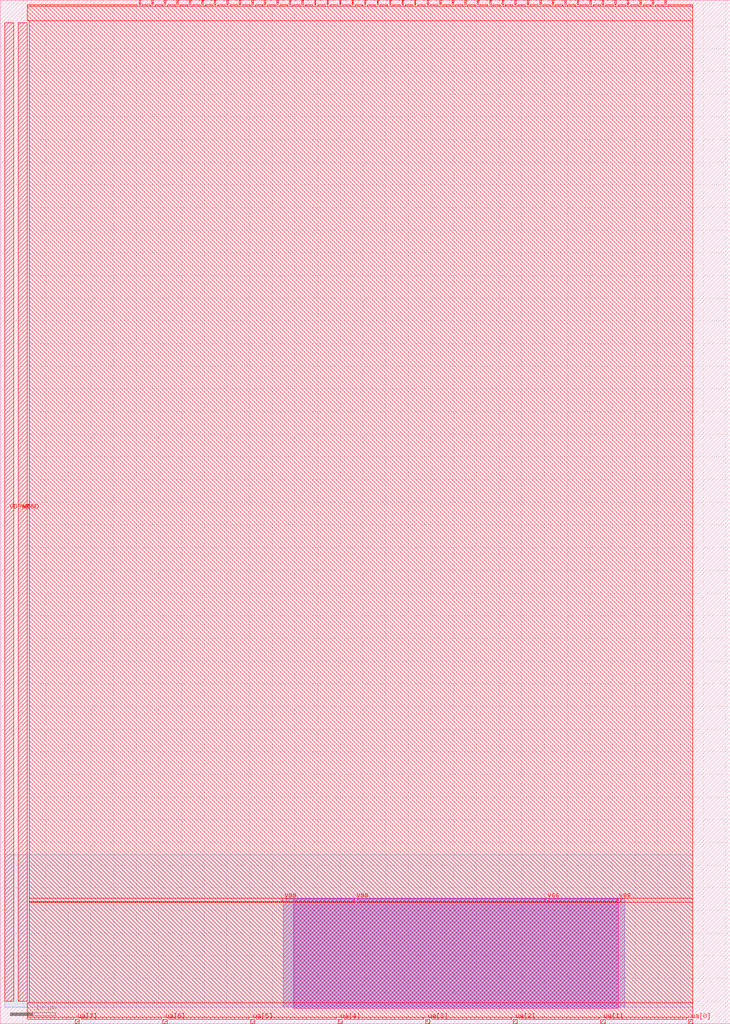
<source format=lef>
VERSION 5.7 ;
  NOWIREEXTENSIONATPIN ON ;
  DIVIDERCHAR "/" ;
  BUSBITCHARS "[]" ;
MACRO tt_um_Onchip_VCOx2
  CLASS BLOCK ;
  FOREIGN tt_um_Onchip_VCOx2 ;
  ORIGIN 0.000 0.000 ;
  SIZE 161.000 BY 225.760 ;
  PIN clk
    PORT
      LAYER met4 ;
        RECT 143.830 224.760 144.130 225.760 ;
    END
  END clk
  PIN ena
    PORT
      LAYER met4 ;
        RECT 146.590 224.760 146.890 225.760 ;
    END
  END ena
  PIN rst_n
    PORT
      LAYER met4 ;
        RECT 141.070 224.760 141.370 225.760 ;
    END
  END rst_n
  PIN ua[0]
    ANTENNADIFFAREA 1.800000 ;
    PORT
      LAYER met4 ;
        RECT 151.810 0.000 152.710 1.000 ;
    END
  END ua[0]
  PIN ua[2]
    ANTENNAGATEAREA 2.100000 ;
    PORT
      LAYER met4 ;
        RECT 113.170 0.000 114.070 1.000 ;
    END
  END ua[2]
  PIN ua[3]
    ANTENNADIFFAREA 1.800000 ;
    PORT
      LAYER met4 ;
        RECT 93.850 0.000 94.750 1.000 ;
    END
  END ua[3]
  PIN ua[4]
    ANTENNAGATEAREA 4.200000 ;
    PORT
      LAYER met4 ;
        RECT 74.530 0.000 75.430 1.000 ;
    END
  END ua[4]
  PIN ua[5]
    ANTENNAGATEAREA 2.100000 ;
    PORT
      LAYER met4 ;
        RECT 55.210 0.000 56.110 1.000 ;
    END
  END ua[5]
  PIN ua[6]
    PORT
      LAYER met4 ;
        RECT 35.890 0.000 36.790 1.000 ;
    END
  END ua[6]
  PIN ua[7]
    PORT
      LAYER met4 ;
        RECT 16.570 0.000 17.470 1.000 ;
    END
  END ua[7]
  PIN ui_in[0]
    PORT
      LAYER met4 ;
        RECT 138.310 224.760 138.610 225.760 ;
    END
  END ui_in[0]
  PIN ui_in[1]
    PORT
      LAYER met4 ;
        RECT 135.550 224.760 135.850 225.760 ;
    END
  END ui_in[1]
  PIN ui_in[2]
    PORT
      LAYER met4 ;
        RECT 132.790 224.760 133.090 225.760 ;
    END
  END ui_in[2]
  PIN ui_in[3]
    PORT
      LAYER met4 ;
        RECT 130.030 224.760 130.330 225.760 ;
    END
  END ui_in[3]
  PIN ui_in[4]
    PORT
      LAYER met4 ;
        RECT 127.270 224.760 127.570 225.760 ;
    END
  END ui_in[4]
  PIN ui_in[5]
    PORT
      LAYER met4 ;
        RECT 124.510 224.760 124.810 225.760 ;
    END
  END ui_in[5]
  PIN ui_in[6]
    PORT
      LAYER met4 ;
        RECT 121.750 224.760 122.050 225.760 ;
    END
  END ui_in[6]
  PIN ui_in[7]
    PORT
      LAYER met4 ;
        RECT 118.990 224.760 119.290 225.760 ;
    END
  END ui_in[7]
  PIN uio_in[0]
    PORT
      LAYER met4 ;
        RECT 116.230 224.760 116.530 225.760 ;
    END
  END uio_in[0]
  PIN uio_in[1]
    PORT
      LAYER met4 ;
        RECT 113.470 224.760 113.770 225.760 ;
    END
  END uio_in[1]
  PIN uio_in[2]
    PORT
      LAYER met4 ;
        RECT 110.710 224.760 111.010 225.760 ;
    END
  END uio_in[2]
  PIN uio_in[3]
    PORT
      LAYER met4 ;
        RECT 107.950 224.760 108.250 225.760 ;
    END
  END uio_in[3]
  PIN uio_in[4]
    PORT
      LAYER met4 ;
        RECT 105.190 224.760 105.490 225.760 ;
    END
  END uio_in[4]
  PIN uio_in[5]
    PORT
      LAYER met4 ;
        RECT 102.430 224.760 102.730 225.760 ;
    END
  END uio_in[5]
  PIN uio_in[6]
    PORT
      LAYER met4 ;
        RECT 99.670 224.760 99.970 225.760 ;
    END
  END uio_in[6]
  PIN uio_in[7]
    PORT
      LAYER met4 ;
        RECT 96.910 224.760 97.210 225.760 ;
    END
  END uio_in[7]
  PIN uio_oe[0]
    ANTENNAGATEAREA 18.900000 ;
    ANTENNADIFFAREA 32.911999 ;
    PORT
      LAYER met4 ;
        RECT 49.990 224.760 50.290 225.760 ;
    END
  END uio_oe[0]
  PIN uio_oe[1]
    ANTENNAGATEAREA 18.900000 ;
    ANTENNADIFFAREA 32.911999 ;
    PORT
      LAYER met4 ;
        RECT 47.230 224.760 47.530 225.760 ;
    END
  END uio_oe[1]
  PIN uio_oe[2]
    ANTENNAGATEAREA 18.900000 ;
    ANTENNADIFFAREA 32.911999 ;
    PORT
      LAYER met4 ;
        RECT 44.470 224.760 44.770 225.760 ;
    END
  END uio_oe[2]
  PIN uio_oe[3]
    ANTENNAGATEAREA 18.900000 ;
    ANTENNADIFFAREA 32.911999 ;
    PORT
      LAYER met4 ;
        RECT 41.710 224.760 42.010 225.760 ;
    END
  END uio_oe[3]
  PIN uio_oe[4]
    ANTENNAGATEAREA 18.900000 ;
    ANTENNADIFFAREA 32.911999 ;
    PORT
      LAYER met4 ;
        RECT 38.950 224.760 39.250 225.760 ;
    END
  END uio_oe[4]
  PIN uio_oe[5]
    ANTENNAGATEAREA 18.900000 ;
    ANTENNADIFFAREA 32.911999 ;
    PORT
      LAYER met4 ;
        RECT 36.190 224.760 36.490 225.760 ;
    END
  END uio_oe[5]
  PIN uio_oe[6]
    ANTENNAGATEAREA 18.900000 ;
    ANTENNADIFFAREA 32.911999 ;
    PORT
      LAYER met4 ;
        RECT 33.430 224.760 33.730 225.760 ;
    END
  END uio_oe[6]
  PIN uio_oe[7]
    ANTENNAGATEAREA 18.900000 ;
    ANTENNADIFFAREA 32.911999 ;
    PORT
      LAYER met4 ;
        RECT 30.670 224.760 30.970 225.760 ;
    END
  END uio_oe[7]
  PIN uio_out[0]
    ANTENNAGATEAREA 18.900000 ;
    ANTENNADIFFAREA 32.911999 ;
    PORT
      LAYER met4 ;
        RECT 72.070 224.760 72.370 225.760 ;
    END
  END uio_out[0]
  PIN uio_out[1]
    ANTENNAGATEAREA 18.900000 ;
    ANTENNADIFFAREA 32.911999 ;
    PORT
      LAYER met4 ;
        RECT 69.310 224.760 69.610 225.760 ;
    END
  END uio_out[1]
  PIN uio_out[2]
    ANTENNAGATEAREA 18.900000 ;
    ANTENNADIFFAREA 32.911999 ;
    PORT
      LAYER met4 ;
        RECT 66.550 224.760 66.850 225.760 ;
    END
  END uio_out[2]
  PIN uio_out[3]
    ANTENNAGATEAREA 18.900000 ;
    ANTENNADIFFAREA 32.911999 ;
    PORT
      LAYER met4 ;
        RECT 63.790 224.760 64.090 225.760 ;
    END
  END uio_out[3]
  PIN uio_out[4]
    ANTENNAGATEAREA 18.900000 ;
    ANTENNADIFFAREA 32.911999 ;
    PORT
      LAYER met4 ;
        RECT 61.030 224.760 61.330 225.760 ;
    END
  END uio_out[4]
  PIN uio_out[5]
    ANTENNAGATEAREA 18.900000 ;
    ANTENNADIFFAREA 32.911999 ;
    PORT
      LAYER met4 ;
        RECT 58.270 224.760 58.570 225.760 ;
    END
  END uio_out[5]
  PIN uio_out[6]
    ANTENNAGATEAREA 18.900000 ;
    ANTENNADIFFAREA 32.911999 ;
    PORT
      LAYER met4 ;
        RECT 55.510 224.760 55.810 225.760 ;
    END
  END uio_out[6]
  PIN uio_out[7]
    ANTENNAGATEAREA 18.900000 ;
    ANTENNADIFFAREA 32.911999 ;
    PORT
      LAYER met4 ;
        RECT 52.750 224.760 53.050 225.760 ;
    END
  END uio_out[7]
  PIN uo_out[0]
    ANTENNAGATEAREA 18.900000 ;
    ANTENNADIFFAREA 32.911999 ;
    PORT
      LAYER met4 ;
        RECT 94.150 224.760 94.450 225.760 ;
    END
  END uo_out[0]
  PIN uo_out[1]
    ANTENNAGATEAREA 18.900000 ;
    ANTENNADIFFAREA 32.911999 ;
    PORT
      LAYER met4 ;
        RECT 91.390 224.760 91.690 225.760 ;
    END
  END uo_out[1]
  PIN uo_out[2]
    ANTENNAGATEAREA 18.900000 ;
    ANTENNADIFFAREA 32.911999 ;
    PORT
      LAYER met4 ;
        RECT 88.630 224.760 88.930 225.760 ;
    END
  END uo_out[2]
  PIN uo_out[3]
    ANTENNAGATEAREA 18.900000 ;
    ANTENNADIFFAREA 32.911999 ;
    PORT
      LAYER met4 ;
        RECT 85.870 224.760 86.170 225.760 ;
    END
  END uo_out[3]
  PIN uo_out[4]
    ANTENNAGATEAREA 18.900000 ;
    ANTENNADIFFAREA 32.911999 ;
    PORT
      LAYER met4 ;
        RECT 83.110 224.760 83.410 225.760 ;
    END
  END uo_out[4]
  PIN uo_out[5]
    ANTENNAGATEAREA 18.900000 ;
    ANTENNADIFFAREA 32.911999 ;
    PORT
      LAYER met4 ;
        RECT 80.350 224.760 80.650 225.760 ;
    END
  END uo_out[5]
  PIN uo_out[6]
    ANTENNAGATEAREA 18.900000 ;
    ANTENNADIFFAREA 32.911999 ;
    PORT
      LAYER met4 ;
        RECT 77.590 224.760 77.890 225.760 ;
    END
  END uo_out[6]
  PIN uo_out[7]
    ANTENNAGATEAREA 18.900000 ;
    ANTENNADIFFAREA 32.911999 ;
    PORT
      LAYER met4 ;
        RECT 74.830 224.760 75.130 225.760 ;
    END
  END uo_out[7]
  PIN VDPWR
    ANTENNAGATEAREA 30.799999 ;
    ANTENNADIFFAREA 49.711998 ;
    PORT
      LAYER met4 ;
        RECT 1.000 5.000 3.000 220.760 ;
    END
  END VDPWR
  PIN VGND
    USE GROUND ;
    PORT
      LAYER met4 ;
        RECT 4.000 5.000 6.000 220.760 ;
    END
  END VGND
  PIN ua[1]
    ANTENNAGATEAREA 4.200000 ;
    PORT
      LAYER met4 ;
        RECT 132.490 0.000 133.390 1.000 ;
    END
  END ua[1]
  PIN vss
    ANTENNAGATEAREA 18.900000 ;
    ANTENNADIFFAREA 32.911999 ;
    PORT
      LAYER met4 ;
        RECT 120.605 27.275 120.615 27.285 ;
    END
    PORT
      LAYER met4 ;
        RECT 136.440 27.245 136.450 27.255 ;
    END
    PORT
      LAYER met4 ;
        RECT 62.645 27.275 62.655 27.285 ;
    END
    PORT
      LAYER met4 ;
        RECT 78.480 27.245 78.490 27.255 ;
    END
  END vss
  OBS
      LAYER nwell ;
        RECT 64.705 3.405 136.345 27.725 ;
      LAYER li1 ;
        RECT 64.980 3.585 135.975 27.545 ;
      LAYER met1 ;
        RECT 62.465 3.585 137.745 27.545 ;
      LAYER met2 ;
        RECT 62.465 3.585 137.745 27.545 ;
      LAYER met3 ;
        RECT 1.000 3.585 152.710 37.250 ;
      LAYER met4 ;
        RECT 6.000 224.360 30.270 224.760 ;
        RECT 31.370 224.360 33.030 224.760 ;
        RECT 34.130 224.360 35.790 224.760 ;
        RECT 36.890 224.360 38.550 224.760 ;
        RECT 39.650 224.360 41.310 224.760 ;
        RECT 42.410 224.360 44.070 224.760 ;
        RECT 45.170 224.360 46.830 224.760 ;
        RECT 47.930 224.360 49.590 224.760 ;
        RECT 50.690 224.360 52.350 224.760 ;
        RECT 53.450 224.360 55.110 224.760 ;
        RECT 56.210 224.360 57.870 224.760 ;
        RECT 58.970 224.360 60.630 224.760 ;
        RECT 61.730 224.360 63.390 224.760 ;
        RECT 64.490 224.360 66.150 224.760 ;
        RECT 67.250 224.360 68.910 224.760 ;
        RECT 70.010 224.360 71.670 224.760 ;
        RECT 72.770 224.360 74.430 224.760 ;
        RECT 75.530 224.360 77.190 224.760 ;
        RECT 78.290 224.360 79.950 224.760 ;
        RECT 81.050 224.360 82.710 224.760 ;
        RECT 83.810 224.360 85.470 224.760 ;
        RECT 86.570 224.360 88.230 224.760 ;
        RECT 89.330 224.360 90.990 224.760 ;
        RECT 92.090 224.360 93.750 224.760 ;
        RECT 94.850 224.360 96.510 224.760 ;
        RECT 97.610 224.360 99.270 224.760 ;
        RECT 100.370 224.360 102.030 224.760 ;
        RECT 103.130 224.360 104.790 224.760 ;
        RECT 105.890 224.360 107.550 224.760 ;
        RECT 108.650 224.360 110.310 224.760 ;
        RECT 111.410 224.360 113.070 224.760 ;
        RECT 114.170 224.360 115.830 224.760 ;
        RECT 116.930 224.360 118.590 224.760 ;
        RECT 119.690 224.360 121.350 224.760 ;
        RECT 122.450 224.360 124.110 224.760 ;
        RECT 125.210 224.360 126.870 224.760 ;
        RECT 127.970 224.360 129.630 224.760 ;
        RECT 130.730 224.360 132.390 224.760 ;
        RECT 133.490 224.360 135.150 224.760 ;
        RECT 136.250 224.360 137.910 224.760 ;
        RECT 139.010 224.360 140.670 224.760 ;
        RECT 141.770 224.360 143.430 224.760 ;
        RECT 144.530 224.360 146.190 224.760 ;
        RECT 147.290 224.360 152.710 224.760 ;
        RECT 6.000 221.160 152.710 224.360 ;
        RECT 6.400 27.685 152.710 221.160 ;
        RECT 6.400 26.875 62.245 27.685 ;
        RECT 63.055 27.655 120.205 27.685 ;
        RECT 63.055 26.875 78.080 27.655 ;
        RECT 6.400 26.845 78.080 26.875 ;
        RECT 78.890 26.875 120.205 27.655 ;
        RECT 121.015 27.655 152.710 27.685 ;
        RECT 121.015 26.875 136.040 27.655 ;
        RECT 78.890 26.845 136.040 26.875 ;
        RECT 136.850 26.845 152.710 27.655 ;
        RECT 6.400 4.600 152.710 26.845 ;
        RECT 6.000 1.400 152.710 4.600 ;
        RECT 6.000 1.000 16.170 1.400 ;
        RECT 17.870 1.000 35.490 1.400 ;
        RECT 37.190 1.000 54.810 1.400 ;
        RECT 56.510 1.000 74.130 1.400 ;
        RECT 75.830 1.000 93.450 1.400 ;
        RECT 95.150 1.000 112.770 1.400 ;
        RECT 114.470 1.000 132.090 1.400 ;
        RECT 133.790 1.000 151.410 1.400 ;
  END
END tt_um_Onchip_VCOx2
END LIBRARY


</source>
